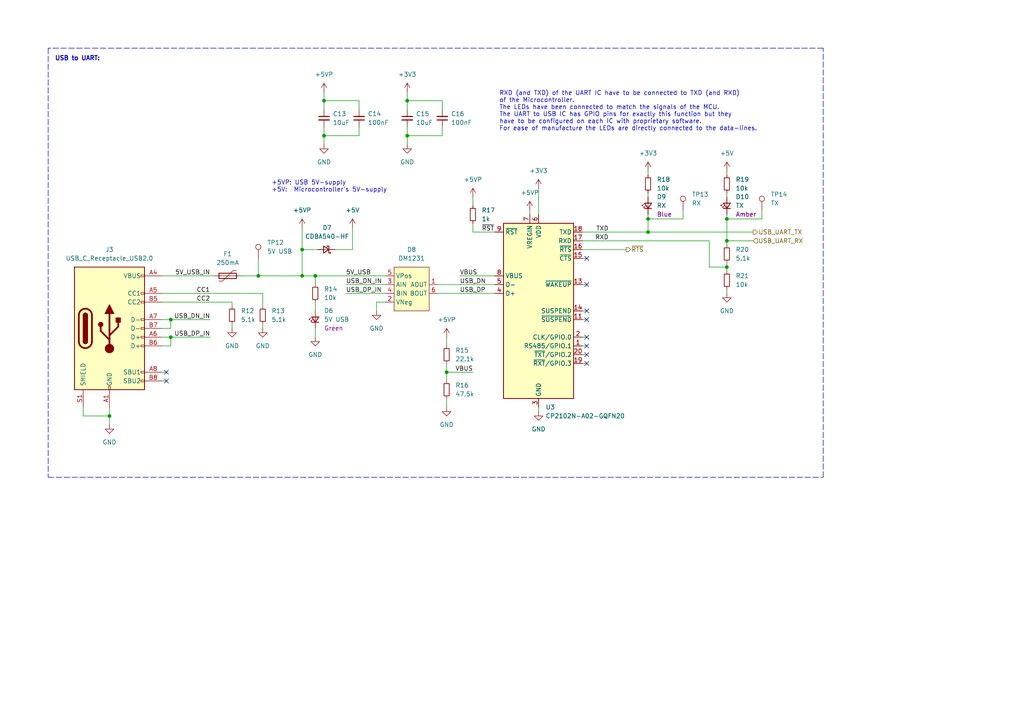
<source format=kicad_sch>
(kicad_sch (version 20231120) (generator "eeschema") (generator_version "8.0")
  (paper "A4")
  (title_block (title "LMM Retrofit") (date "2022-05-08") (rev "1") (company "Hans Wilhelm Zeuschner") (comment 1 "Zweitprüfer: Ewald Zimmermann B. Eng.") (comment 2 "Betreuer: Prof. Dr. Carsten Koch") (comment 3 "Hochschule Emden Leer") (comment 4 "Bacheloarbeit SoSe 2022"))
  (lib_symbols
    (symbol "Connector:TestPoint" (pin_numbers hide) (pin_names (offset 0.762) hide)
      (property "Reference" "TP" (at 0 6.858 0))
      (property "Value" "TestPoint" (at 0 5.08 0))
      (symbol "TestPoint_0_1"
        (circle (center 0 3.302) (radius 0.762))
      )
      (symbol "TestPoint_1_1"
        (pin passive line (at 0 0 90) (length 2.54) (name "1") (number "1"))
      )
    )
    (symbol "Connector:USB_C_Receptacle_USB2.0" (pin_names (offset 1.016))
      (property "Reference" "J" (at -10.16 19.05 0))
      (property "Value" "USB_C_Receptacle_USB2.0" (at 19.05 19.05 0))
      (symbol "USB_C_Receptacle_USB2.0_0_0"
        (rectangle (start -0.254 -17.78) (end 0.254 -16.764))
        (rectangle (start 10.16 -14.986) (end 9.144 -15.494))
        (rectangle (start 10.16 -12.446) (end 9.144 -12.954))
        (rectangle (start 10.16 -4.826) (end 9.144 -5.334))
        (rectangle (start 10.16 -2.286) (end 9.144 -2.794))
        (rectangle (start 10.16 0.254) (end 9.144 -0.254))
        (rectangle (start 10.16 2.794) (end 9.144 2.286))
        (rectangle (start 10.16 7.874) (end 9.144 7.366))
        (rectangle (start 10.16 10.414) (end 9.144 9.906))
        (rectangle (start 10.16 15.494) (end 9.144 14.986))
      )
      (symbol "USB_C_Receptacle_USB2.0_0_1"
        (rectangle (start -10.16 17.78) (end 10.16 -17.78) (stroke (width 0.254)) (fill (type background)))
        (arc (start -8.89 -3.81) (mid -6.985 -5.7066) (end -5.08 -3.81) (stroke (width 0.508)))
        (arc (start -7.62 -3.81) (mid -6.985 -4.4422) (end -6.35 -3.81) (stroke (width 0.254)))
        (arc (start -7.62 -3.81) (mid -6.985 -4.4422) (end -6.35 -3.81) (stroke (width 0.254)) (fill (type outline)))
        (rectangle (start -7.62 -3.81) (end -6.35 3.81) (stroke (width 0.254)) (fill (type outline)))
        (arc (start -6.35 3.81) (mid -6.985 4.4422) (end -7.62 3.81) (stroke (width 0.254)))
        (arc (start -6.35 3.81) (mid -6.985 4.4422) (end -7.62 3.81) (stroke (width 0.254)) (fill (type outline)))
        (arc (start -5.08 3.81) (mid -6.985 5.7066) (end -8.89 3.81) (stroke (width 0.508)))
        (circle (center -2.54 1.143) (radius 0.635) (stroke (width 0.254)) (fill (type outline)))
        (circle (center 0 -5.842) (radius 1.27) (fill (type outline)))
        (polyline (pts (xy -8.89 -3.81) (xy -8.89 3.81)) (stroke (width 0.508)))
        (polyline (pts (xy -5.08 3.81) (xy -5.08 -3.81)) (stroke (width 0.508)))
        (polyline (pts (xy 0 -5.842) (xy 0 4.318)) (stroke (width 0.508)))
        (polyline (pts (xy 0 -3.302) (xy -2.54 -0.762) (xy -2.54 0.508)) (stroke (width 0.508)))
        (polyline (pts (xy 0 -2.032) (xy 2.54 0.508) (xy 2.54 1.778)) (stroke (width 0.508)))
        (polyline (pts (xy -1.27 4.318) (xy 0 6.858) (xy 1.27 4.318) (xy -1.27 4.318)) (stroke (width 0.254)) (fill (type outline)))
        (rectangle (start 1.905 1.778) (end 3.175 3.048) (stroke (width 0.254)) (fill (type outline)))
      )
      (symbol "USB_C_Receptacle_USB2.0_1_1"
        (pin passive line (at 0 -22.86 90) (length 5.08) (name "GND") (number "A1"))
        (pin passive line (at 0 -22.86 90) (length 5.08) hide (name "GND") (number "A12"))
        (pin passive line (at 15.24 15.24 180) (length 5.08) (name "VBUS") (number "A4"))
        (pin bidirectional line (at 15.24 10.16 180) (length 5.08) (name "CC1") (number "A5"))
        (pin bidirectional line (at 15.24 -2.54 180) (length 5.08) (name "D+") (number "A6"))
        (pin bidirectional line (at 15.24 2.54 180) (length 5.08) (name "D-") (number "A7"))
        (pin bidirectional line (at 15.24 -12.7 180) (length 5.08) (name "SBU1") (number "A8"))
        (pin passive line (at 15.24 15.24 180) (length 5.08) hide (name "VBUS") (number "A9"))
        (pin passive line (at 0 -22.86 90) (length 5.08) hide (name "GND") (number "B1"))
        (pin passive line (at 0 -22.86 90) (length 5.08) hide (name "GND") (number "B12"))
        (pin passive line (at 15.24 15.24 180) (length 5.08) hide (name "VBUS") (number "B4"))
        (pin bidirectional line (at 15.24 7.62 180) (length 5.08) (name "CC2") (number "B5"))
        (pin bidirectional line (at 15.24 -5.08 180) (length 5.08) (name "D+") (number "B6"))
        (pin bidirectional line (at 15.24 0 180) (length 5.08) (name "D-") (number "B7"))
        (pin bidirectional line (at 15.24 -15.24 180) (length 5.08) (name "SBU2") (number "B8"))
        (pin passive line (at 15.24 15.24 180) (length 5.08) hide (name "VBUS") (number "B9"))
        (pin passive line (at -7.62 -22.86 90) (length 5.08) (name "SHIELD") (number "S1"))
      )
    )
    (symbol "Device:C_Small" (pin_numbers hide) (pin_names (offset 0.254) hide)
      (property "Reference" "C" (at 0.254 1.778 0))
      (property "Value" "C_Small" (at 0.254 -2.032 0))
      (symbol "C_Small_0_1"
        (polyline (pts (xy -1.524 -0.508) (xy 1.524 -0.508)) (stroke (width 0.3302)))
        (polyline (pts (xy -1.524 0.508) (xy 1.524 0.508)) (stroke (width 0.3048)))
      )
      (symbol "C_Small_1_1"
        (pin passive line (at 0 2.54 270) (length 2.032) (name "~") (number "1"))
        (pin passive line (at 0 -2.54 90) (length 2.032) (name "~") (number "2"))
      )
    )
    (symbol "Device:D_Schottky_Small" (pin_numbers hide) (pin_names (offset 0.254) hide)
      (property "Reference" "D" (at -1.27 2.032 0))
      (property "Value" "D_Schottky_Small" (at -7.112 -2.032 0))
      (symbol "D_Schottky_Small_0_1"
        (polyline (pts (xy -0.762 0) (xy 0.762 0)))
        (polyline (pts (xy 0.762 -1.016) (xy -0.762 0) (xy 0.762 1.016) (xy 0.762 -1.016)) (stroke (width 0.254)))
        (polyline (pts (xy -1.27 0.762) (xy -1.27 1.016) (xy -0.762 1.016) (xy -0.762 -1.016) (xy -0.254 -1.016) (xy -0.254 -0.762)) (stroke (width 0.254)))
      )
      (symbol "D_Schottky_Small_1_1"
        (pin passive line (at -2.54 0 0) (length 1.778) (name "K") (number "1"))
        (pin passive line (at 2.54 0 180) (length 1.778) (name "A") (number "2"))
      )
    )
    (symbol "Device:LED_Small" (pin_numbers hide) (pin_names (offset 0.254) hide)
      (property "Reference" "D" (at -1.27 3.175 0))
      (property "Value" "LED_Small" (at -4.445 -2.54 0))
      (symbol "LED_Small_0_1"
        (polyline (pts (xy -0.762 -1.016) (xy -0.762 1.016)) (stroke (width 0.254)))
        (polyline (pts (xy 1.016 0) (xy -0.762 0)))
        (polyline (pts (xy 0.762 -1.016) (xy -0.762 0) (xy 0.762 1.016) (xy 0.762 -1.016)) (stroke (width 0.254)))
        (polyline (pts (xy 0 0.762) (xy -0.508 1.27) (xy -0.254 1.27) (xy -0.508 1.27) (xy -0.508 1.016)))
        (polyline (pts (xy 0.508 1.27) (xy 0 1.778) (xy 0.254 1.778) (xy 0 1.778) (xy 0 1.524)))
      )
      (symbol "LED_Small_1_1"
        (pin passive line (at -2.54 0 0) (length 1.778) (name "K") (number "1"))
        (pin passive line (at 2.54 0 180) (length 1.778) (name "A") (number "2"))
      )
    )
    (symbol "Device:Polyfuse" (pin_numbers hide) (pin_names (offset 0))
      (property "Reference" "F" (at -2.54 0 90))
      (property "Value" "Polyfuse" (at 2.54 0 90))
      (symbol "Polyfuse_0_1"
        (rectangle (start -0.762 2.54) (end 0.762 -2.54) (stroke (width 0.254)))
        (polyline (pts (xy 0 2.54) (xy 0 -2.54)))
        (polyline (pts (xy -1.524 2.54) (xy -1.524 1.524) (xy 1.524 -1.524) (xy 1.524 -2.54)))
      )
      (symbol "Polyfuse_1_1"
        (pin passive line (at 0 3.81 270) (length 1.27) (name "~") (number "1"))
        (pin passive line (at 0 -3.81 90) (length 1.27) (name "~") (number "2"))
      )
    )
    (symbol "Device:R_Small" (pin_numbers hide) (pin_names (offset 0.254) hide)
      (property "Reference" "R" (at 0.762 0.508 0))
      (property "Value" "R_Small" (at 0.762 -1.016 0))
      (symbol "R_Small_0_1"
        (rectangle (start -0.762 1.778) (end 0.762 -1.778) (stroke (width 0.2032)))
      )
      (symbol "R_Small_1_1"
        (pin passive line (at 0 2.54 270) (length 0.762) (name "~") (number "1"))
        (pin passive line (at 0 -2.54 90) (length 0.762) (name "~") (number "2"))
      )
    )
    (symbol "Interface_USB:CP2102N-Axx-xQFN20"
      (property "Reference" "U" (at -8.89 26.67 0))
      (property "Value" "CP2102N-Axx-xQFN20" (at 12.7 26.67 0))
      (symbol "CP2102N-Axx-xQFN20_0_1"
        (rectangle (start -10.16 25.4) (end 10.16 -25.4) (stroke (width 0.254)) (fill (type background)))
      )
      (symbol "CP2102N-Axx-xQFN20_1_1"
        (pin bidirectional line (at 12.7 -10.16 180) (length 2.54) (name "RS485/GPIO.1") (number "1"))
        (pin no_connect line (at -10.16 -22.86 0) (length 2.54) hide (name "NC") (number "10"))
        (pin output line (at 12.7 -2.54 180) (length 2.54) (name "~{SUSPEND}") (number "11"))
        (pin passive line (at 0 -27.94 90) (length 2.54) hide (name "GND") (number "12"))
        (pin input line (at 12.7 7.62 180) (length 2.54) (name "~{WAKEUP}") (number "13"))
        (pin output line (at 12.7 0 180) (length 2.54) (name "SUSPEND") (number "14"))
        (pin input line (at 12.7 15.24 180) (length 2.54) (name "~{CTS}") (number "15"))
        (pin output line (at 12.7 17.78 180) (length 2.54) (name "~{RTS}") (number "16"))
        (pin input line (at 12.7 20.32 180) (length 2.54) (name "RXD") (number "17"))
        (pin output line (at 12.7 22.86 180) (length 2.54) (name "TXD") (number "18"))
        (pin bidirectional line (at 12.7 -15.24 180) (length 2.54) (name "~{RXT}/GPIO.3") (number "19"))
        (pin bidirectional line (at 12.7 -7.62 180) (length 2.54) (name "CLK/GPIO.0") (number "2"))
        (pin bidirectional line (at 12.7 -12.7 180) (length 2.54) (name "~{TXT}/GPIO.2") (number "20"))
        (pin passive line (at 0 -27.94 90) (length 2.54) hide (name "GND") (number "21"))
        (pin power_in line (at 0 -27.94 90) (length 2.54) (name "GND") (number "3"))
        (pin bidirectional line (at -12.7 5.08 0) (length 2.54) (name "D+") (number "4"))
        (pin bidirectional line (at -12.7 7.62 0) (length 2.54) (name "D-") (number "5"))
        (pin power_in line (at 0 27.94 270) (length 2.54) (name "VDD") (number "6"))
        (pin power_in line (at -2.54 27.94 270) (length 2.54) (name "VREGIN") (number "7"))
        (pin input line (at -12.7 10.16 0) (length 2.54) (name "VBUS") (number "8"))
        (pin input line (at -12.7 22.86 0) (length 2.54) (name "~{RST}") (number "9"))
      )
    )
    (symbol "lmm_retrofit:DM1231"
      (property "Reference" "D" (at 0 10.16 0))
      (property "Value" "DM1231" (at 0 7.62 0))
      (symbol "DM1231_0_1"
        (rectangle (start -5.08 6.35) (end 5.08 -6.35) (fill (type background)))
      )
      (symbol "DM1231_1_1"
        (pin output line (at 7.62 1.27 180) (length 2.54) (name "AOUT") (number "1"))
        (pin output line (at -7.62 -3.81 0) (length 2.54) (name "VNeg") (number "2"))
        (pin input line (at -7.62 1.27 0) (length 2.54) (name "AIN") (number "3"))
        (pin input line (at -7.62 -1.27 0) (length 2.54) (name "BIN") (number "4"))
        (pin output line (at -7.62 3.81 0) (length 2.54) (name "VPos") (number "5"))
        (pin output line (at 7.62 -1.27 180) (length 2.54) (name "BOUT") (number "6"))
      )
    )
    (symbol "power:+3.3V" (power) (pin_names (offset 0))
      (property "Value" "+3.3V" (at 0 3.556 0))
      (symbol "+3.3V_0_1"
        (polyline (pts (xy -0.762 1.27) (xy 0 2.54)))
        (polyline (pts (xy 0 0) (xy 0 2.54)))
        (polyline (pts (xy 0 2.54) (xy 0.762 1.27)))
      )
      (symbol "+3.3V_1_1"
        (pin power_in line (at 0 0 90) (length 0) hide (name "+3V3") (number "1"))
      )
    )
    (symbol "power:+5V" (power) (pin_names (offset 0))
      (property "Value" "+5V" (at 0 3.556 0))
      (symbol "+5V_0_1"
        (polyline (pts (xy -0.762 1.27) (xy 0 2.54)))
        (polyline (pts (xy 0 0) (xy 0 2.54)))
        (polyline (pts (xy 0 2.54) (xy 0.762 1.27)))
      )
      (symbol "+5V_1_1"
        (pin power_in line (at 0 0 90) (length 0) hide (name "+5V") (number "1"))
      )
    )
    (symbol "power:+5VP" (power) (pin_names (offset 0))
      (property "Value" "+5VP" (at 0 3.556 0))
      (symbol "+5VP_0_1"
        (polyline (pts (xy -0.762 1.27) (xy 0 2.54)))
        (polyline (pts (xy 0 0) (xy 0 2.54)))
        (polyline (pts (xy 0 2.54) (xy 0.762 1.27)))
      )
      (symbol "+5VP_1_1"
        (pin power_in line (at 0 0 90) (length 0) hide (name "+5VP") (number "1"))
      )
    )
    (symbol "power:GND" (power) (pin_names (offset 0))
      (property "Value" "GND" (at 0 -3.81 0))
      (symbol "GND_0_1"
        (polyline (pts (xy 0 0) (xy 0 -1.27) (xy 1.27 -1.27) (xy 0 -2.54) (xy -1.27 -1.27) (xy 0 -1.27)))
      )
      (symbol "GND_1_1"
        (pin power_in line (at 0 0 270) (length 0) hide (name "GND") (number "1"))
      )
    )
  )
  (junction (at 129.54 107.95))
  (junction (at 210.82 77.47))
  (junction (at 118.11 29.21))
  (junction (at 74.93 80.01))
  (junction (at 210.82 63.5))
  (junction (at 118.11 39.37))
  (junction (at 87.63 80.01))
  (junction (at 91.44 80.01))
  (junction (at 210.82 69.85))
  (junction (at 31.75 120.65))
  (junction (at 87.63 72.39))
  (junction (at 187.96 67.31))
  (junction (at 93.98 29.21))
  (junction (at 49.53 97.79))
  (junction (at 49.53 92.71))
  (junction (at 93.98 39.37))
  (junction (at 187.96 63.5))
  (no_connect (at 48.26 107.95))
  (no_connect (at 48.26 110.49))
  (no_connect (at 170.18 105.41))
  (no_connect (at 170.18 90.17))
  (no_connect (at 170.18 97.79))
  (no_connect (at 170.18 74.93))
  (no_connect (at 170.18 102.87))
  (no_connect (at 170.18 82.55))
  (no_connect (at 170.18 92.71))
  (no_connect (at 170.18 100.33))
  (wire (pts (xy 93.98 39.37) (xy 104.14 39.37)))
  (wire (pts (xy 168.91 72.39) (xy 181.61 72.39)))
  (wire (pts (xy 93.98 29.21) (xy 104.14 29.21)))
  (wire (pts (xy 205.74 77.47) (xy 210.82 77.47)))
  (wire (pts (xy 46.99 100.33) (xy 49.53 100.33)))
  (wire (pts (xy 137.16 67.31) (xy 143.51 67.31)))
  (wire (pts (xy 168.91 102.87) (xy 170.18 102.87)))
  (wire (pts (xy 31.75 118.11) (xy 31.75 120.65)))
  (wire (pts (xy 137.16 57.15) (xy 137.16 59.69)))
  (wire (pts (xy 46.99 87.63) (xy 67.31 87.63)))
  (wire (pts (xy 109.22 90.17) (xy 109.22 87.63)))
  (wire (pts (xy 168.91 67.31) (xy 187.96 67.31)))
  (wire (pts (xy 118.11 36.83) (xy 118.11 39.37)))
  (wire (pts (xy 156.21 54.61) (xy 156.21 62.23)))
  (wire (pts (xy 46.99 110.49) (xy 48.26 110.49)))
  (wire (pts (xy 198.12 60.96) (xy 198.12 63.5)))
  (wire (pts (xy 46.99 107.95) (xy 48.26 107.95)))
  (wire (pts (xy 118.11 39.37) (xy 128.27 39.37)))
  (wire (pts (xy 102.235 72.39) (xy 102.235 66.04)))
  (wire (pts (xy 168.91 90.17) (xy 170.18 90.17)))
  (wire (pts (xy 220.98 63.5) (xy 210.82 63.5)))
  (wire (pts (xy 187.96 62.23) (xy 187.96 63.5)))
  (wire (pts (xy 46.99 97.79) (xy 49.53 97.79)))
  (wire (pts (xy 87.63 66.04) (xy 87.63 72.39)))
  (wire (pts (xy 187.96 67.31) (xy 218.44 67.31)))
  (wire (pts (xy 91.44 80.01) (xy 111.76 80.01)))
  (wire (pts (xy 109.22 87.63) (xy 111.76 87.63)))
  (wire (pts (xy 210.82 77.47) (xy 210.82 78.74)))
  (wire (pts (xy 87.63 72.39) (xy 87.63 80.01)))
  (wire (pts (xy 168.91 92.71) (xy 170.18 92.71)))
  (wire (pts (xy 118.11 29.21) (xy 118.11 31.75)))
  (wire (pts (xy 187.96 63.5) (xy 187.96 67.31)))
  (wire (pts (xy 210.82 83.82) (xy 210.82 85.09)))
  (wire (pts (xy 218.44 69.85) (xy 210.82 69.85)))
  (polyline (pts (xy 13.97 13.97) (xy 13.97 138.43)) (stroke (width 0) (type dash)))
  (wire (pts (xy 128.27 29.21) (xy 128.27 31.75)))
  (polyline (pts (xy 238.76 138.43) (xy 238.76 13.97)) (stroke (width 0) (type dash)))
  (wire (pts (xy 127 85.09) (xy 143.51 85.09)))
  (wire (pts (xy 74.93 80.01) (xy 87.63 80.01)))
  (wire (pts (xy 76.2 85.09) (xy 76.2 88.9)))
  (wire (pts (xy 49.53 97.79) (xy 60.96 97.79)))
  (wire (pts (xy 137.16 64.77) (xy 137.16 67.31)))
  (wire (pts (xy 210.82 76.2) (xy 210.82 77.47)))
  (polyline (pts (xy 13.97 138.43) (xy 238.76 138.43)) (stroke (width 0) (type dash)))
  (wire (pts (xy 205.74 69.85) (xy 205.74 77.47)))
  (wire (pts (xy 49.53 92.71) (xy 60.96 92.71)))
  (wire (pts (xy 168.91 82.55) (xy 170.18 82.55)))
  (wire (pts (xy 129.54 105.41) (xy 129.54 107.95)))
  (wire (pts (xy 118.11 29.21) (xy 128.27 29.21)))
  (wire (pts (xy 187.96 55.88) (xy 187.96 57.15)))
  (wire (pts (xy 168.91 105.41) (xy 170.18 105.41)))
  (wire (pts (xy 87.63 80.01) (xy 91.44 80.01)))
  (wire (pts (xy 91.44 80.01) (xy 91.44 82.55)))
  (wire (pts (xy 111.76 82.55) (xy 100.33 82.55)))
  (wire (pts (xy 91.44 87.63) (xy 91.44 90.17)))
  (wire (pts (xy 187.96 49.53) (xy 187.96 50.8)))
  (wire (pts (xy 24.13 118.11) (xy 24.13 120.65)))
  (wire (pts (xy 87.63 72.39) (xy 92.075 72.39)))
  (wire (pts (xy 210.82 55.88) (xy 210.82 57.15)))
  (wire (pts (xy 49.53 97.79) (xy 49.53 100.33)))
  (wire (pts (xy 46.99 85.09) (xy 76.2 85.09)))
  (wire (pts (xy 133.35 80.01) (xy 143.51 80.01)))
  (wire (pts (xy 198.12 63.5) (xy 187.96 63.5)))
  (wire (pts (xy 46.99 92.71) (xy 49.53 92.71)))
  (wire (pts (xy 118.11 26.67) (xy 118.11 29.21)))
  (wire (pts (xy 129.54 115.57) (xy 129.54 118.11)))
  (wire (pts (xy 49.53 95.25) (xy 46.99 95.25)))
  (wire (pts (xy 74.93 74.93) (xy 74.93 80.01)))
  (wire (pts (xy 24.13 120.65) (xy 31.75 120.65)))
  (wire (pts (xy 49.53 92.71) (xy 49.53 95.25)))
  (wire (pts (xy 93.98 39.37) (xy 93.98 41.91)))
  (wire (pts (xy 156.21 118.11) (xy 156.21 119.38)))
  (wire (pts (xy 31.75 120.65) (xy 31.75 123.19)))
  (wire (pts (xy 67.31 87.63) (xy 67.31 88.9)))
  (wire (pts (xy 111.76 85.09) (xy 100.33 85.09)))
  (wire (pts (xy 93.98 29.21) (xy 93.98 31.75)))
  (wire (pts (xy 67.31 93.98) (xy 67.31 95.25)))
  (wire (pts (xy 168.91 100.33) (xy 170.18 100.33)))
  (wire (pts (xy 168.91 74.93) (xy 170.18 74.93)))
  (wire (pts (xy 118.11 39.37) (xy 118.11 41.91)))
  (wire (pts (xy 104.14 36.83) (xy 104.14 39.37)))
  (polyline (pts (xy 238.76 13.97) (xy 13.97 13.97)) (stroke (width 0) (type dash)))
  (wire (pts (xy 69.85 80.01) (xy 74.93 80.01)))
  (wire (pts (xy 46.99 80.01) (xy 62.23 80.01)))
  (wire (pts (xy 76.2 93.98) (xy 76.2 95.25)))
  (wire (pts (xy 128.27 36.83) (xy 128.27 39.37)))
  (wire (pts (xy 220.98 60.96) (xy 220.98 63.5)))
  (wire (pts (xy 93.98 36.83) (xy 93.98 39.37)))
  (wire (pts (xy 93.98 26.67) (xy 93.98 29.21)))
  (wire (pts (xy 210.82 62.23) (xy 210.82 63.5)))
  (wire (pts (xy 104.14 29.21) (xy 104.14 31.75)))
  (wire (pts (xy 129.54 107.95) (xy 129.54 110.49)))
  (wire (pts (xy 168.91 69.85) (xy 205.74 69.85)))
  (wire (pts (xy 210.82 49.53) (xy 210.82 50.8)))
  (wire (pts (xy 153.67 60.96) (xy 153.67 62.23)))
  (wire (pts (xy 97.155 72.39) (xy 102.235 72.39)))
  (wire (pts (xy 129.54 107.95) (xy 137.16 107.95)))
  (wire (pts (xy 127 82.55) (xy 143.51 82.55)))
  (wire (pts (xy 210.82 69.85) (xy 210.82 71.12)))
  (wire (pts (xy 210.82 63.5) (xy 210.82 69.85)))
  (wire (pts (xy 91.44 95.25) (xy 91.44 97.79)))
  (wire (pts (xy 168.91 97.79) (xy 170.18 97.79)))
  (wire (pts (xy 129.54 100.33) (xy 129.54 97.79)))
  (text "+5VP: USB 5V-supply\n+5V:  Microcontroller's 5V-supply" (at 78.74 55.88 0) (effects (font (size 1.27 1.27)) (justify left bottom)))
  (text "USB to UART:" (at 15.875 17.78 0) (effects (font (size 1.27 1.27) (thickness 0.254) (bold yes)) (justify left bottom)))
  (text "RXD (and TXD) of the UART IC have to be connected to TXD (and RXD)\nof the Microcontroller.\nThe LEDs have been connected to match the signals of the MCU.\nThe UART to USB IC has GPIO pins for exactly this function but they\nhave to be configured on each IC with proprietary software.\nFor ease of manufacture the LEDs are directly connected to the data-lines." (at 144.78 38.1 0) (effects (font (size 1.27 1.27)) (justify left bottom)))
  (label "USB_DN_IN" (at 60.96 92.71 180))
  (label "USB_DN_IN" (at 100.33 82.55 0))
  (label "USB_DP" (at 133.35 85.09 0))
  (label "CC2" (at 60.96 87.63 180))
  (label "5V_USB" (at 100.33 80.01 0))
  (label "~{RST}" (at 139.7 67.31 0))
  (label "5V_USB_IN" (at 60.96 80.01 180))
  (label "RXD" (at 176.53 69.85 180))
  (label "USB_DN" (at 133.35 82.55 0))
  (label "CC1" (at 60.96 85.09 180))
  (label "VBUS" (at 137.16 107.95 180))
  (label "USB_DP_IN" (at 60.96 97.79 180))
  (label "TXD" (at 176.53 67.31 180))
  (label "VBUS" (at 133.35 80.01 0))
  (label "USB_DP_IN" (at 100.33 85.09 0))
  (hierarchical_label "USB_UART_RX" (shape input) (at 218.44 69.85 0))
  (hierarchical_label "~{RTS}" (shape output) (at 181.61 72.39 0))
  (hierarchical_label "USB_UART_TX" (shape output) (at 218.44 67.31 0))
  (symbol (lib_id "Device:C_Small") (at 104.14 34.29 180) (unit 1)
    (property "Reference" "C14" (at 106.68 33.0135 0) (effects (justify right)))
    (property "Value" "100nF" (at 106.68 35.5535 0) (effects (justify right)))
    (property "Footprint" "Capacitor_SMD:C_0805_2012Metric" (effects (hide yes)))
    (property "Datasheet" "https://www.yuden.co.jp/productdata/catalog/mlcc_all_hq_e.pdf" (effects (hide yes)))
    (property "Digi-Key Part Number" "587-3508-1-ND" (effects (hide yes)))
    (property "MPN" "UMK212B7104KGHT" (effects (hide yes)))
  )
  (symbol (lib_id "power:GND") (at 118.11 41.91 0) (unit 1)
    (property "Reference" "#PWR056" (effects (hide yes)))
    (property "Value" "GND" (at 118.11 46.99 0))
  )
  (symbol (lib_id "Device:R_Small") (at 210.82 73.66 0) (unit 1)
    (property "Reference" "R20" (at 213.36 72.3899 0) (effects (justify left)))
    (property "Value" "5.1k" (at 213.36 74.9299 0) (effects (justify left)))
    (property "Footprint" "Resistor_SMD:R_0805_2012Metric" (effects (hide yes)))
    (property "Datasheet" "https://www.te.com/commerce/DocumentDelivery/DDEController?Action=srchrtrv&DocNm=1773204&DocType=DS&DocLang=English" (effects (hide yes)))
    (property "Digi-Key Part Number" "A126379CT-ND" (effects (hide yes)))
    (property "MPN" "CRG0805F5K1" (effects (hide yes)))
  )
  (symbol (lib_id "Device:LED_Small") (at 187.96 59.69 90) (unit 1)
    (property "Reference" "D9" (at 190.5 57.0864 90) (effects (justify right)))
    (property "Value" "RX" (at 190.5 59.6264 90) (effects (justify right)))
    (property "Footprint" "lmm_footprints:LED_0805_2012Metric_Silkscreen_Text" (effects (hide yes)))
    (property "Datasheet" "https://www.we-online.com/katalog/datasheet/150080BS75000.pdf" (effects (hide yes)))
    (property "Digi-Key Part Number" "732-4982-1-ND" (effects (hide yes)))
    (property "MPN" "150080BS75000" (effects (hide yes)))
    (property "Color" "Blue" (at 190.5 62.1664 90) (effects (justify right)))
  )
  (symbol (lib_id "Device:R_Small") (at 129.54 113.03 180) (unit 1)
    (property "Reference" "R16" (at 132.08 111.7599 0) (effects (justify right)))
    (property "Value" "47.5k" (at 132.08 114.2999 0) (effects (justify right)))
    (property "Footprint" "Resistor_SMD:R_0805_2012Metric" (effects (hide yes)))
    (property "Datasheet" "https://www.bourns.com/docs/product-datasheets/cr.pdf?sfvrsn=574d41f6_14" (effects (hide yes)))
    (property "Digi-Key Part Number" "118-CR0805-FX-4752ELFCT-ND" (effects (hide yes)))
    (property "MPN" "CR0805-FX-4752ELF" (effects (hide yes)))
  )
  (symbol (lib_id "power:+5V") (at 102.235 66.04 0) (unit 1)
    (property "Reference" "#PWR053" (effects (hide yes)))
    (property "Value" "+5V" (at 102.235 60.96 0))
  )
  (symbol (lib_id "Device:R_Small") (at 67.31 91.44 0) (unit 1)
    (property "Reference" "R12" (at 69.85 90.1699 0) (effects (justify left)))
    (property "Value" "5.1k" (at 69.85 92.7099 0) (effects (justify left)))
    (property "Footprint" "Resistor_SMD:R_0805_2012Metric" (effects (hide yes)))
    (property "Datasheet" "https://www.te.com/commerce/DocumentDelivery/DDEController?Action=srchrtrv&DocNm=1773204&DocType=DS&DocLang=English" (effects (hide yes)))
    (property "Digi-Key Part Number" "A126379CT-ND" (effects (hide yes)))
    (property "MPN" "CRG0805F5K1" (effects (hide yes)))
  )
  (symbol (lib_id "Device:C_Small") (at 118.11 34.29 0) (unit 1)
    (property "Reference" "C15" (at 120.65 33.0262 0) (effects (justify left)))
    (property "Value" "10uF" (at 120.65 35.5662 0) (effects (justify left)))
    (property "Footprint" "Capacitor_SMD:C_0805_2012Metric" (effects (hide yes)))
    (property "Datasheet" "https://ds.yuden.co.jp/TYCOMPAS/ut/detail?pn=MCAST21GBB5106MTNA01&u=M" (effects (hide yes)))
    (property "Digi-Key Part Number" "587-6440-1-ND" (effects (hide yes)))
    (property "MPN" "TMK212BBJ106MGHT" (effects (hide yes)))
  )
  (symbol (lib_id "power:GND") (at 31.75 123.19 0) (unit 1)
    (property "Reference" "#PWR046" (effects (hide yes)))
    (property "Value" "GND" (at 31.75 128.27 0))
  )
  (symbol (lib_id "Device:C_Small") (at 93.98 34.29 0) (unit 1)
    (property "Reference" "C13" (at 96.52 33.0262 0) (effects (justify left)))
    (property "Value" "10uF" (at 96.52 35.5662 0) (effects (justify left)))
    (property "Footprint" "Capacitor_SMD:C_0805_2012Metric" (effects (hide yes)))
    (property "Datasheet" "https://ds.yuden.co.jp/TYCOMPAS/ut/detail?pn=MCAST21GBB5106MTNA01&u=M" (effects (hide yes)))
    (property "Digi-Key Part Number" "587-6440-1-ND" (effects (hide yes)))
    (property "MPN" "TMK212BBJ106MGHT" (effects (hide yes)))
  )
  (symbol (lib_id "power:GND") (at 93.98 41.91 0) (unit 1)
    (property "Reference" "#PWR052" (effects (hide yes)))
    (property "Value" "GND" (at 93.98 46.99 0))
  )
  (symbol (lib_id "lmm_retrofit:DM1231") (at 119.38 83.82 0) (unit 1)
    (property "Reference" "D8" (at 119.38 72.39 0))
    (property "Value" "DM1231" (at 119.38 74.93 0))
    (property "Footprint" "Package_TO_SOT_SMD:SOT-23-6" (effects (hide yes)))
    (property "Datasheet" "https://media.digikey.com/pdf/Data%20Sheets/Diodes%20PDFs/DM1231-02SO.pdf" (effects (hide yes)))
    (property "Digi-Key Part Number" "DM1231-02SO-7DICT-ND" (effects (hide yes)))
    (property "MPN" "DM1231-02SO-7" (effects (hide yes)))
  )
  (symbol (lib_id "Device:R_Small") (at 210.82 53.34 0) (unit 1)
    (property "Reference" "R19" (at 213.36 52.0699 0) (effects (justify left)))
    (property "Value" "10k" (at 213.36 54.6099 0) (effects (justify left)))
    (property "Footprint" "Resistor_SMD:R_0805_2012Metric" (effects (hide yes)))
    (property "Datasheet" "https://www.te.com/commerce/DocumentDelivery/DDEController?Action=srchrtrv&DocNm=1773204-3&DocType=DS&DocLang=English" (effects (hide yes)))
    (property "Digi-Key Part Number" "A130140CT-ND" (effects (hide yes)))
    (property "MPN" "CRGCQ0805J10K" (effects (hide yes)))
  )
  (symbol (lib_id "Device:R_Small") (at 187.96 53.34 0) (unit 1)
    (property "Reference" "R18" (at 190.5 52.0699 0) (effects (justify left)))
    (property "Value" "10k" (at 190.5 54.6099 0) (effects (justify left)))
    (property "Footprint" "Resistor_SMD:R_0805_2012Metric" (effects (hide yes)))
    (property "Datasheet" "https://www.te.com/commerce/DocumentDelivery/DDEController?Action=srchrtrv&DocNm=1773204-3&DocType=DS&DocLang=English" (effects (hide yes)))
    (property "Digi-Key Part Number" "A130140CT-ND" (effects (hide yes)))
    (property "MPN" "CRGCQ0805J10K" (effects (hide yes)))
  )
  (symbol (lib_id "power:GND") (at 91.44 97.79 0) (unit 1)
    (property "Reference" "#PWR050" (effects (hide yes)))
    (property "Value" "GND" (at 91.44 102.87 0))
  )
  (symbol (lib_id "Connector:USB_C_Receptacle_USB2.0") (at 31.75 95.25 0) (unit 1)
    (property "Reference" "J3" (at 31.75 72.39 0))
    (property "Value" "USB_C_Receptacle_USB2.0" (at 31.75 74.93 0))
    (property "Footprint" "lmm_footprints:USB_C_Receptacle_GCT_USB4105-GF-A" (effects (hide yes)))
    (property "Datasheet" "https://gct.co/files/drawings/usb4105.pdf" (effects (hide yes)))
    (property "Digi-Key Part Number" "2073-USB4105-GF-ACT-ND" (effects (hide yes)))
    (property "MPN" "USB4105-GF-A" (effects (hide yes)))
  )
  (symbol (lib_id "power:GND") (at 210.82 85.09 0) (unit 1)
    (property "Reference" "#PWR065" (effects (hide yes)))
    (property "Value" "GND" (at 210.82 90.17 0))
  )
  (symbol (lib_id "Interface_USB:CP2102N-Axx-xQFN20") (at 156.21 90.17 0) (unit 1)
    (property "Reference" "U3" (at 158.2294 118.11 0) (effects (justify left)))
    (property "Value" "CP2102N-A02-GQFN20" (at 158.2294 120.65 0) (effects (justify left)))
    (property "Footprint" "lmm_footprints:SiliconLabs_QFN-20-1EP_3x3mm_P0.5mm_EP1.8x1.8mm_Center_Via" (effects (hide yes)))
    (property "Datasheet" "https://www.silabs.com/documents/public/data-sheets/cp2102n-datasheet.pdf" (effects (hide yes)))
    (property "Digi-Key Part Number" "336-5885-ND" (effects (hide yes)))
    (property "MPN" "CP2102N-A02-GQFN20" (effects (hide yes)))
  )
  (symbol (lib_id "Connector:TestPoint") (at 74.93 74.93 0) (unit 1)
    (property "Reference" "TP12" (at 77.47 70.3579 0) (effects (justify left)))
    (property "Value" "5V USB" (at 77.47 72.8979 0) (effects (justify left)))
    (property "Footprint" "lmm_footprints:TestPoint_Pad_D1.0mm_Text_Silkscreen" (effects (hide yes)))
    (property "DNF" "Do not fit" (effects (hide yes)))
  )
  (symbol (lib_id "Device:R_Small") (at 210.82 81.28 0) (unit 1)
    (property "Reference" "R21" (at 213.36 80.0099 0) (effects (justify left)))
    (property "Value" "10k" (at 213.36 82.5499 0) (effects (justify left)))
    (property "Footprint" "Resistor_SMD:R_0805_2012Metric" (effects (hide yes)))
    (property "Datasheet" "https://www.te.com/commerce/DocumentDelivery/DDEController?Action=srchrtrv&DocNm=1773204-3&DocType=DS&DocLang=English" (effects (hide yes)))
    (property "Digi-Key Part Number" "A130140CT-ND" (effects (hide yes)))
    (property "MPN" "CRGCQ0805J10K" (effects (hide yes)))
  )
  (symbol (lib_id "Device:Polyfuse") (at 66.04 80.01 90) (unit 1)
    (property "Reference" "F1" (at 66.04 73.66 90))
    (property "Value" "250mA" (at 66.04 76.2 90))
    (property "Footprint" "Fuse:Fuse_1206_3216Metric" (effects (hide yes)))
    (property "Datasheet" "https://www.belfuse.com/resources/datasheets/circuitprotection/ds-cp-0zcj-series.pdf" (effects (hide yes)))
    (property "Digi-Key Part Number" "507-1799-1-ND" (effects (hide yes)))
    (property "MPN" "0ZCJ0025AF2E" (effects (hide yes)))
  )
  (symbol (lib_id "power:+3.3V") (at 187.96 49.53 0) (unit 1)
    (property "Reference" "#PWR063" (effects (hide yes)))
    (property "Value" "+3V3" (at 187.96 44.45 0))
  )
  (symbol (lib_id "Device:C_Small") (at 128.27 34.29 180) (unit 1)
    (property "Reference" "C16" (at 130.81 33.0135 0) (effects (justify right)))
    (property "Value" "100nF" (at 130.81 35.5535 0) (effects (justify right)))
    (property "Footprint" "Capacitor_SMD:C_0805_2012Metric" (effects (hide yes)))
    (property "Datasheet" "https://www.yuden.co.jp/productdata/catalog/mlcc_all_hq_e.pdf" (effects (hide yes)))
    (property "Digi-Key Part Number" "587-3508-1-ND" (effects (hide yes)))
    (property "MPN" "UMK212B7104KGHT" (effects (hide yes)))
  )
  (symbol (lib_id "power:+5VP") (at 93.98 26.67 0) (unit 1)
    (property "Reference" "#PWR051" (effects (hide yes)))
    (property "Value" "+5VP" (at 93.98 21.59 0))
  )
  (symbol (lib_id "Device:R_Small") (at 137.16 62.23 180) (unit 1)
    (property "Reference" "R17" (at 139.7 60.9599 0) (effects (justify right)))
    (property "Value" "1k" (at 139.7 63.4999 0) (effects (justify right)))
    (property "Footprint" "Resistor_SMD:R_0805_2012Metric" (effects (hide yes)))
    (property "Datasheet" "https://www.te.com/commerce/DocumentDelivery/DDEController?Action=srchrtrv&DocNm=1773204-3&DocType=DS&DocLang=English" (effects (hide yes)))
    (property "Digi-Key Part Number" "A129749CT-ND" (effects (hide yes)))
    (property "MPN" "CRGCQ0805F1K0" (effects (hide yes)))
  )
  (symbol (lib_id "power:GND") (at 129.54 118.11 0) (unit 1)
    (property "Reference" "#PWR058" (effects (hide yes)))
    (property "Value" "GND" (at 129.54 123.19 0))
  )
  (symbol (lib_id "Connector:TestPoint") (at 220.98 60.96 0) (unit 1)
    (property "Reference" "TP14" (at 223.52 56.3879 0) (effects (justify left)))
    (property "Value" "TX" (at 223.52 58.9279 0) (effects (justify left)))
    (property "Footprint" "lmm_footprints:TestPoint_Pad_D1.0mm_Text_Silkscreen" (effects (hide yes)))
    (property "DNF" "Do not fit" (effects (hide yes)))
  )
  (symbol (lib_id "power:GND") (at 67.31 95.25 0) (unit 1)
    (property "Reference" "#PWR047" (effects (hide yes)))
    (property "Value" "GND" (at 67.31 100.33 0))
  )
  (symbol (lib_id "Device:R_Small") (at 129.54 102.87 180) (unit 1)
    (property "Reference" "R15" (at 132.08 101.5999 0) (effects (justify right)))
    (property "Value" "22.1k" (at 132.08 104.1399 0) (effects (justify right)))
    (property "Footprint" "Resistor_SMD:R_0805_2012Metric" (effects (hide yes)))
    (property "Datasheet" "https://www.bourns.com/docs/product-datasheets/cr.pdf?sfvrsn=574d41f6_14" (effects (hide yes)))
    (property "Digi-Key Part Number" "CR0805-FX-2212ELFCT-ND" (effects (hide yes)))
    (property "MPN" "CR0805-FX-2212ELF" (effects (hide yes)))
  )
  (symbol (lib_id "Connector:TestPoint") (at 198.12 60.96 0) (unit 1)
    (property "Reference" "TP13" (at 200.66 56.3879 0) (effects (justify left)))
    (property "Value" "RX" (at 200.66 58.9279 0) (effects (justify left)))
    (property "Footprint" "lmm_footprints:TestPoint_Pad_D1.0mm_Text_Silkscreen" (effects (hide yes)))
    (property "DNF" "Do not fit" (effects (hide yes)))
  )
  (symbol (lib_id "power:+5VP") (at 137.16 57.15 0) (unit 1)
    (property "Reference" "#PWR059" (effects (hide yes)))
    (property "Value" "+5VP" (at 137.16 52.07 0))
  )
  (symbol (lib_id "power:+5VP") (at 87.63 66.04 0) (unit 1)
    (property "Reference" "#PWR049" (effects (hide yes)))
    (property "Value" "+5VP" (at 87.63 60.96 0))
  )
  (symbol (lib_id "Device:LED_Small") (at 91.44 92.71 90) (unit 1)
    (property "Reference" "D6" (at 93.98 90.1064 90) (effects (justify right)))
    (property "Value" "5V USB" (at 93.98 92.6464 90) (effects (justify right)))
    (property "Footprint" "lmm_footprints:LED_0805_2012Metric_Silkscreen_Text" (effects (hide yes)))
    (property "Datasheet" "https://www.we-online.com/katalog/datasheet/150080GS75000.pdf" (effects (hide yes)))
    (property "Digi-Key Part Number" "732-4983-1-ND" (effects (hide yes)))
    (property "MPN" "150080GS75000" (effects (hide yes)))
    (property "Color" "Green" (at 93.98 95.1864 90) (effects (justify right)))
  )
  (symbol (lib_id "power:GND") (at 156.21 119.38 0) (unit 1)
    (property "Reference" "#PWR062" (effects (hide yes)))
    (property "Value" "GND" (at 156.21 124.46 0))
  )
  (symbol (lib_id "power:+5VP") (at 153.67 60.96 0) (unit 1)
    (property "Reference" "#PWR060" (effects (hide yes)))
    (property "Value" "+5VP" (at 153.67 55.88 0))
  )
  (symbol (lib_id "Device:D_Schottky_Small") (at 94.615 72.39 180) (unit 1)
    (property "Reference" "D7" (at 94.869 66.04 0))
    (property "Value" "CDBA540-HF" (at 94.869 68.58 0))
    (property "Footprint" "Diode_SMD:D_SMA" (effects (hide yes)))
    (property "Datasheet" "https://media.digikey.com/pdf/Data%20Sheets/Comchip%20PDFs/CDBA540-HF-CDBA5200-HF_RevC.pdf" (effects (hide yes)))
    (property "Digi-Key Part Number" "641-1707-1-ND" (effects (hide yes)))
    (property "MPN" "CDBA540-HF" (effects (hide yes)))
  )
  (symbol (lib_id "power:GND") (at 76.2 95.25 0) (unit 1)
    (property "Reference" "#PWR048" (effects (hide yes)))
    (property "Value" "GND" (at 76.2 100.33 0))
  )
  (symbol (lib_id "power:+3.3V") (at 156.21 54.61 0) (unit 1)
    (property "Reference" "#PWR061" (effects (hide yes)))
    (property "Value" "+3V3" (at 156.21 49.53 0))
  )
  (symbol (lib_id "power:+5V") (at 210.82 49.53 0) (unit 1)
    (property "Reference" "#PWR064" (effects (hide yes)))
    (property "Value" "+5V" (at 210.82 44.45 0))
  )
  (symbol (lib_id "Device:R_Small") (at 91.44 85.09 0) (unit 1)
    (property "Reference" "R14" (at 93.98 83.8199 0) (effects (justify left)))
    (property "Value" "10k" (at 93.98 86.3599 0) (effects (justify left)))
    (property "Footprint" "Resistor_SMD:R_0805_2012Metric" (effects (hide yes)))
    (property "Datasheet" "https://www.te.com/commerce/DocumentDelivery/DDEController?Action=srchrtrv&DocNm=1773204-3&DocType=DS&DocLang=English" (effects (hide yes)))
    (property "Digi-Key Part Number" "A130140CT-ND" (effects (hide yes)))
    (property "MPN" "CRGCQ0805J10K" (effects (hide yes)))
  )
  (symbol (lib_id "power:+3.3V") (at 118.11 26.67 0) (unit 1)
    (property "Reference" "#PWR055" (effects (hide yes)))
    (property "Value" "+3V3" (at 118.11 21.59 0))
  )
  (symbol (lib_id "power:+5VP") (at 129.54 97.79 0) (unit 1)
    (property "Reference" "#PWR057" (effects (hide yes)))
    (property "Value" "+5VP" (at 129.54 92.71 0))
  )
  (symbol (lib_id "Device:LED_Small") (at 210.82 59.69 90) (unit 1)
    (property "Reference" "D10" (at 213.36 57.0864 90) (effects (justify right)))
    (property "Value" "TX" (at 213.36 59.6264 90) (effects (justify right)))
    (property "Footprint" "lmm_footprints:LED_0805_2012Metric_Silkscreen_Text" (effects (hide yes)))
    (property "Datasheet" "https://www.mouser.de/datasheet/2/445/150080AS75000-1879102.pdf" (effects (hide yes)))
    (property "Digi-Key Part Number" "732-150080AS75000CT-ND" (effects (hide yes)))
    (property "MPN" "150080AS75000" (effects (hide yes)))
    (property "Color" "Amber" (at 213.36 62.1664 90) (effects (justify right)))
  )
  (symbol (lib_id "power:GND") (at 109.22 90.17 0) (unit 1)
    (property "Reference" "#PWR054" (effects (hide yes)))
    (property "Value" "GND" (at 109.22 95.25 0))
  )
  (symbol (lib_id "Device:R_Small") (at 76.2 91.44 0) (unit 1)
    (property "Reference" "R13" (at 78.74 90.1699 0) (effects (justify left)))
    (property "Value" "5.1k" (at 78.74 92.7099 0) (effects (justify left)))
    (property "Footprint" "Resistor_SMD:R_0805_2012Metric" (effects (hide yes)))
    (property "Datasheet" "https://www.te.com/commerce/DocumentDelivery/DDEController?Action=srchrtrv&DocNm=1773204&DocType=DS&DocLang=English" (effects (hide yes)))
    (property "Digi-Key Part Number" "A126379CT-ND" (effects (hide yes)))
    (property "MPN" "CRG0805F5K1" (effects (hide yes)))
  )
)
</source>
